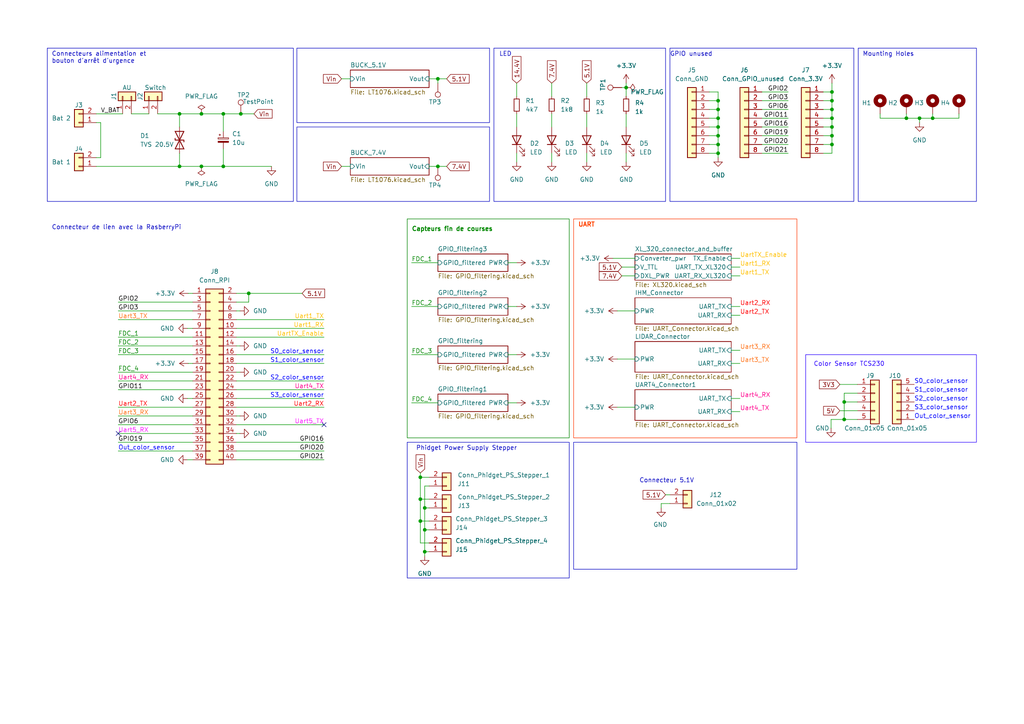
<source format=kicad_sch>
(kicad_sch (version 20230121) (generator eeschema)
  (paper "A4")
  (lib_symbols
    (symbol "Connector:TestPoint" (pin_numbers hide) (pin_names (offset 0.762) hide)
      (property "Reference" "TP" (at 0 6.858 0))
      (property "Value" "TestPoint" (at 0 5.08 0))
      (symbol "TestPoint_0_1"
        (circle (center 0 3.302) (radius 0.762))
      )
      (symbol "TestPoint_1_1"
        (pin passive line (at 0 0 90) (length 2.54) (name "1") (number "1"))
      )
    )
    (symbol "Connector_Generic:Conn_01x02" (pin_names (offset 1.016) hide)
      (property "Reference" "J" (at 0 2.54 0))
      (property "Value" "Conn_01x02" (at 0 -5.08 0))
      (symbol "Conn_01x02_1_1"
        (rectangle (start -1.27 -2.413) (end 0 -2.667) (stroke (width 0.1524)))
        (rectangle (start -1.27 0.127) (end 0 -0.127) (stroke (width 0.1524)))
        (rectangle (start -1.27 1.27) (end 1.27 -3.81) (stroke (width 0.254)) (fill (type background)))
        (pin passive line (at -5.08 0 0) (length 3.81) (name "Pin_1") (number "1"))
        (pin passive line (at -5.08 -2.54 0) (length 3.81) (name "Pin_2") (number "2"))
      )
    )
    (symbol "Connector_Generic:Conn_01x05" (pin_names (offset 1.016) hide)
      (property "Reference" "J" (at 0 7.62 0))
      (property "Value" "Conn_01x05" (at 0 -7.62 0))
      (symbol "Conn_01x05_1_1"
        (rectangle (start -1.27 -4.953) (end 0 -5.207) (stroke (width 0.1524)))
        (rectangle (start -1.27 -2.413) (end 0 -2.667) (stroke (width 0.1524)))
        (rectangle (start -1.27 0.127) (end 0 -0.127) (stroke (width 0.1524)))
        (rectangle (start -1.27 2.667) (end 0 2.413) (stroke (width 0.1524)))
        (rectangle (start -1.27 5.207) (end 0 4.953) (stroke (width 0.1524)))
        (rectangle (start -1.27 6.35) (end 1.27 -6.35) (stroke (width 0.254)) (fill (type background)))
        (pin passive line (at -5.08 5.08 0) (length 3.81) (name "Pin_1") (number "1"))
        (pin passive line (at -5.08 2.54 0) (length 3.81) (name "Pin_2") (number "2"))
        (pin passive line (at -5.08 0 0) (length 3.81) (name "Pin_3") (number "3"))
        (pin passive line (at -5.08 -2.54 0) (length 3.81) (name "Pin_4") (number "4"))
        (pin passive line (at -5.08 -5.08 0) (length 3.81) (name "Pin_5") (number "5"))
      )
    )
    (symbol "Connector_Generic:Conn_01x08" (pin_names (offset 1.016) hide)
      (property "Reference" "J" (at 0 10.16 0))
      (property "Value" "Conn_01x08" (at 0 -12.7 0))
      (symbol "Conn_01x08_1_1"
        (rectangle (start -1.27 -10.033) (end 0 -10.287) (stroke (width 0.1524)))
        (rectangle (start -1.27 -7.493) (end 0 -7.747) (stroke (width 0.1524)))
        (rectangle (start -1.27 -4.953) (end 0 -5.207) (stroke (width 0.1524)))
        (rectangle (start -1.27 -2.413) (end 0 -2.667) (stroke (width 0.1524)))
        (rectangle (start -1.27 0.127) (end 0 -0.127) (stroke (width 0.1524)))
        (rectangle (start -1.27 2.667) (end 0 2.413) (stroke (width 0.1524)))
        (rectangle (start -1.27 5.207) (end 0 4.953) (stroke (width 0.1524)))
        (rectangle (start -1.27 7.747) (end 0 7.493) (stroke (width 0.1524)))
        (rectangle (start -1.27 8.89) (end 1.27 -11.43) (stroke (width 0.254)) (fill (type background)))
        (pin passive line (at -5.08 7.62 0) (length 3.81) (name "Pin_1") (number "1"))
        (pin passive line (at -5.08 5.08 0) (length 3.81) (name "Pin_2") (number "2"))
        (pin passive line (at -5.08 2.54 0) (length 3.81) (name "Pin_3") (number "3"))
        (pin passive line (at -5.08 0 0) (length 3.81) (name "Pin_4") (number "4"))
        (pin passive line (at -5.08 -2.54 0) (length 3.81) (name "Pin_5") (number "5"))
        (pin passive line (at -5.08 -5.08 0) (length 3.81) (name "Pin_6") (number "6"))
        (pin passive line (at -5.08 -7.62 0) (length 3.81) (name "Pin_7") (number "7"))
        (pin passive line (at -5.08 -10.16 0) (length 3.81) (name "Pin_8") (number "8"))
      )
    )
    (symbol "Connector_Generic:Conn_02x20_Odd_Even" (pin_names (offset 1.016) hide)
      (property "Reference" "J" (at 1.27 25.4 0))
      (property "Value" "Conn_02x20_Odd_Even" (at 1.27 -27.94 0))
      (symbol "Conn_02x20_Odd_Even_1_1"
        (rectangle (start -1.27 -25.273) (end 0 -25.527) (stroke (width 0.1524)))
        (rectangle (start -1.27 -22.733) (end 0 -22.987) (stroke (width 0.1524)))
        (rectangle (start -1.27 -20.193) (end 0 -20.447) (stroke (width 0.1524)))
        (rectangle (start -1.27 -17.653) (end 0 -17.907) (stroke (width 0.1524)))
        (rectangle (start -1.27 -15.113) (end 0 -15.367) (stroke (width 0.1524)))
        (rectangle (start -1.27 -12.573) (end 0 -12.827) (stroke (width 0.1524)))
        (rectangle (start -1.27 -10.033) (end 0 -10.287) (stroke (width 0.1524)))
        (rectangle (start -1.27 -7.493) (end 0 -7.747) (stroke (width 0.1524)))
        (rectangle (start -1.27 -4.953) (end 0 -5.207) (stroke (width 0.1524)))
        (rectangle (start -1.27 -2.413) (end 0 -2.667) (stroke (width 0.1524)))
        (rectangle (start -1.27 0.127) (end 0 -0.127) (stroke (width 0.1524)))
        (rectangle (start -1.27 2.667) (end 0 2.413) (stroke (width 0.1524)))
        (rectangle (start -1.27 5.207) (end 0 4.953) (stroke (width 0.1524)))
        (rectangle (start -1.27 7.747) (end 0 7.493) (stroke (width 0.1524)))
        (rectangle (start -1.27 10.287) (end 0 10.033) (stroke (width 0.1524)))
        (rectangle (start -1.27 12.827) (end 0 12.573) (stroke (width 0.1524)))
        (rectangle (start -1.27 15.367) (end 0 15.113) (stroke (width 0.1524)))
        (rectangle (start -1.27 17.907) (end 0 17.653) (stroke (width 0.1524)))
        (rectangle (start -1.27 20.447) (end 0 20.193) (stroke (width 0.1524)))
        (rectangle (start -1.27 22.987) (end 0 22.733) (stroke (width 0.1524)))
        (rectangle (start -1.27 24.13) (end 3.81 -26.67) (stroke (width 0.254)) (fill (type background)))
        (rectangle (start 3.81 -25.273) (end 2.54 -25.527) (stroke (width 0.1524)))
        (rectangle (start 3.81 -22.733) (end 2.54 -22.987) (stroke (width 0.1524)))
        (rectangle (start 3.81 -20.193) (end 2.54 -20.447) (stroke (width 0.1524)))
        (rectangle (start 3.81 -17.653) (end 2.54 -17.907) (stroke (width 0.1524)))
        (rectangle (start 3.81 -15.113) (end 2.54 -15.367) (stroke (width 0.1524)))
        (rectangle (start 3.81 -12.573) (end 2.54 -12.827) (stroke (width 0.1524)))
        (rectangle (start 3.81 -10.033) (end 2.54 -10.287) (stroke (width 0.1524)))
        (rectangle (start 3.81 -7.493) (end 2.54 -7.747) (stroke (width 0.1524)))
        (rectangle (start 3.81 -4.953) (end 2.54 -5.207) (stroke (width 0.1524)))
        (rectangle (start 3.81 -2.413) (end 2.54 -2.667) (stroke (width 0.1524)))
        (rectangle (start 3.81 0.127) (end 2.54 -0.127) (stroke (width 0.1524)))
        (rectangle (start 3.81 2.667) (end 2.54 2.413) (stroke (width 0.1524)))
        (rectangle (start 3.81 5.207) (end 2.54 4.953) (stroke (width 0.1524)))
        (rectangle (start 3.81 7.747) (end 2.54 7.493) (stroke (width 0.1524)))
        (rectangle (start 3.81 10.287) (end 2.54 10.033) (stroke (width 0.1524)))
        (rectangle (start 3.81 12.827) (end 2.54 12.573) (stroke (width 0.1524)))
        (rectangle (start 3.81 15.367) (end 2.54 15.113) (stroke (width 0.1524)))
        (rectangle (start 3.81 17.907) (end 2.54 17.653) (stroke (width 0.1524)))
        (rectangle (start 3.81 20.447) (end 2.54 20.193) (stroke (width 0.1524)))
        (rectangle (start 3.81 22.987) (end 2.54 22.733) (stroke (width 0.1524)))
        (pin passive line (at -5.08 22.86 0) (length 3.81) (name "Pin_1") (number "1"))
        (pin passive line (at 7.62 12.7 180) (length 3.81) (name "Pin_10") (number "10"))
        (pin passive line (at -5.08 10.16 0) (length 3.81) (name "Pin_11") (number "11"))
        (pin passive line (at 7.62 10.16 180) (length 3.81) (name "Pin_12") (number "12"))
        (pin passive line (at -5.08 7.62 0) (length 3.81) (name "Pin_13") (number "13"))
        (pin passive line (at 7.62 7.62 180) (length 3.81) (name "Pin_14") (number "14"))
        (pin passive line (at -5.08 5.08 0) (length 3.81) (name "Pin_15") (number "15"))
        (pin passive line (at 7.62 5.08 180) (length 3.81) (name "Pin_16") (number "16"))
        (pin passive line (at -5.08 2.54 0) (length 3.81) (name "Pin_17") (number "17"))
        (pin passive line (at 7.62 2.54 180) (length 3.81) (name "Pin_18") (number "18"))
        (pin passive line (at -5.08 0 0) (length 3.81) (name "Pin_19") (number "19"))
        (pin passive line (at 7.62 22.86 180) (length 3.81) (name "Pin_2") (number "2"))
        (pin passive line (at 7.62 0 180) (length 3.81) (name "Pin_20") (number "20"))
        (pin passive line (at -5.08 -2.54 0) (length 3.81) (name "Pin_21") (number "21"))
        (pin passive line (at 7.62 -2.54 180) (length 3.81) (name "Pin_22") (number "22"))
        (pin passive line (at -5.08 -5.08 0) (length 3.81) (name "Pin_23") (number "23"))
        (pin passive line (at 7.62 -5.08 180) (length 3.81) (name "Pin_24") (number "24"))
        (pin passive line (at -5.08 -7.62 0) (length 3.81) (name "Pin_25") (number "25"))
        (pin passive line (at 7.62 -7.62 180) (length 3.81) (name "Pin_26") (number "26"))
        (pin passive line (at -5.08 -10.16 0) (length 3.81) (name "Pin_27") (number "27"))
        (pin passive line (at 7.62 -10.16 180) (length 3.81) (name "Pin_28") (number "28"))
        (pin passive line (at -5.08 -12.7 0) (length 3.81) (name "Pin_29") (number "29"))
        (pin passive line (at -5.08 20.32 0) (length 3.81) (name "Pin_3") (number "3"))
        (pin passive line (at 7.62 -12.7 180) (length 3.81) (name "Pin_30") (number "30"))
        (pin passive line (at -5.08 -15.24 0) (length 3.81) (name "Pin_31") (number "31"))
        (pin passive line (at 7.62 -15.24 180) (length 3.81) (name "Pin_32") (number "32"))
        (pin passive line (at -5.08 -17.78 0) (length 3.81) (name "Pin_33") (number "33"))
        (pin passive line (at 7.62 -17.78 180) (length 3.81) (name "Pin_34") (number "34"))
        (pin passive line (at -5.08 -20.32 0) (length 3.81) (name "Pin_35") (number "35"))
        (pin passive line (at 7.62 -20.32 180) (length 3.81) (name "Pin_36") (number "36"))
        (pin passive line (at -5.08 -22.86 0) (length 3.81) (name "Pin_37") (number "37"))
        (pin passive line (at 7.62 -22.86 180) (length 3.81) (name "Pin_38") (number "38"))
        (pin passive line (at -5.08 -25.4 0) (length 3.81) (name "Pin_39") (number "39"))
        (pin passive line (at 7.62 20.32 180) (length 3.81) (name "Pin_4") (number "4"))
        (pin passive line (at 7.62 -25.4 180) (length 3.81) (name "Pin_40") (number "40"))
        (pin passive line (at -5.08 17.78 0) (length 3.81) (name "Pin_5") (number "5"))
        (pin passive line (at 7.62 17.78 180) (length 3.81) (name "Pin_6") (number "6"))
        (pin passive line (at -5.08 15.24 0) (length 3.81) (name "Pin_7") (number "7"))
        (pin passive line (at 7.62 15.24 180) (length 3.81) (name "Pin_8") (number "8"))
        (pin passive line (at -5.08 12.7 0) (length 3.81) (name "Pin_9") (number "9"))
      )
    )
    (symbol "Device:C_Polarized_Small" (pin_numbers hide) (pin_names (offset 0.254) hide)
      (property "Reference" "C" (at 0.254 1.778 0))
      (property "Value" "C_Polarized_Small" (at 0.254 -2.032 0))
      (symbol "C_Polarized_Small_0_1"
        (rectangle (start -1.524 -0.3048) (end 1.524 -0.6858) (fill (type outline)))
        (rectangle (start -1.524 0.6858) (end 1.524 0.3048))
        (polyline (pts (xy -1.27 1.524) (xy -0.762 1.524)))
        (polyline (pts (xy -1.016 1.27) (xy -1.016 1.778)))
      )
      (symbol "C_Polarized_Small_1_1"
        (pin passive line (at 0 2.54 270) (length 1.8542) (name "~") (number "1"))
        (pin passive line (at 0 -2.54 90) (length 1.8542) (name "~") (number "2"))
      )
    )
    (symbol "Device:LED" (pin_numbers hide) (pin_names (offset 1.016) hide)
      (property "Reference" "D" (at 0 2.54 0))
      (property "Value" "LED" (at 0 -2.54 0))
      (symbol "LED_0_1"
        (polyline (pts (xy -1.27 -1.27) (xy -1.27 1.27)) (stroke (width 0.254)))
        (polyline (pts (xy -1.27 0) (xy 1.27 0)))
        (polyline (pts (xy 1.27 -1.27) (xy 1.27 1.27) (xy -1.27 0) (xy 1.27 -1.27)) (stroke (width 0.254)))
        (polyline (pts (xy -3.048 -0.762) (xy -4.572 -2.286) (xy -3.81 -2.286) (xy -4.572 -2.286) (xy -4.572 -1.524)))
        (polyline (pts (xy -1.778 -0.762) (xy -3.302 -2.286) (xy -2.54 -2.286) (xy -3.302 -2.286) (xy -3.302 -1.524)))
      )
      (symbol "LED_1_1"
        (pin passive line (at -3.81 0 0) (length 2.54) (name "K") (number "1"))
        (pin passive line (at 3.81 0 180) (length 2.54) (name "A") (number "2"))
      )
    )
    (symbol "Device:R_Small" (pin_numbers hide) (pin_names (offset 0.254) hide)
      (property "Reference" "R" (at 0.762 0.508 0))
      (property "Value" "R_Small" (at 0.762 -1.016 0))
      (symbol "R_Small_0_1"
        (rectangle (start -0.762 1.778) (end 0.762 -1.778) (stroke (width 0.2032)))
      )
      (symbol "R_Small_1_1"
        (pin passive line (at 0 2.54 270) (length 0.762) (name "~") (number "1"))
        (pin passive line (at 0 -2.54 90) (length 0.762) (name "~") (number "2"))
      )
    )
    (symbol "Diode:1.5KExxCA" (pin_numbers hide) (pin_names (offset 1.016) hide)
      (property "Reference" "D" (at 0 2.54 0))
      (property "Value" "1.5KExxCA" (at 0 -2.54 0))
      (symbol "1.5KExxCA_0_1"
        (polyline (pts (xy 1.27 0) (xy -1.27 0)))
        (polyline (pts (xy -2.54 -1.27) (xy 0 0) (xy -2.54 1.27) (xy -2.54 -1.27)) (stroke (width 0.254)))
        (polyline (pts (xy 0.508 1.27) (xy 0 1.27) (xy 0 -1.27) (xy -0.508 -1.27)) (stroke (width 0.254)))
        (polyline (pts (xy 2.54 1.27) (xy 2.54 -1.27) (xy 0 0) (xy 2.54 1.27)) (stroke (width 0.254)))
      )
      (symbol "1.5KExxCA_1_1"
        (pin passive line (at -3.81 0 0) (length 2.54) (name "A1") (number "1"))
        (pin passive line (at 3.81 0 180) (length 2.54) (name "A2") (number "2"))
      )
    )
    (symbol "Mechanical:MountingHole_Pad" (pin_numbers hide) (pin_names (offset 1.016) hide)
      (property "Reference" "H" (at 0 6.35 0))
      (property "Value" "MountingHole_Pad" (at 0 4.445 0))
      (symbol "MountingHole_Pad_0_1"
        (circle (center 0 1.27) (radius 1.27) (stroke (width 1.27)))
      )
      (symbol "MountingHole_Pad_1_1"
        (pin input line (at 0 -2.54 90) (length 2.54) (name "1") (number "1"))
      )
    )
    (symbol "power:+3.3V" (power) (pin_names (offset 0))
      (property "Value" "+3.3V" (at 0 3.556 0))
      (symbol "+3.3V_0_1"
        (polyline (pts (xy -0.762 1.27) (xy 0 2.54)))
        (polyline (pts (xy 0 0) (xy 0 2.54)))
        (polyline (pts (xy 0 2.54) (xy 0.762 1.27)))
      )
      (symbol "+3.3V_1_1"
        (pin power_in line (at 0 0 90) (length 0) hide (name "+3.3V") (number "1"))
      )
    )
    (symbol "power:GND" (power) (pin_names (offset 0))
      (property "Value" "GND" (at 0 -3.81 0))
      (symbol "GND_0_1"
        (polyline (pts (xy 0 0) (xy 0 -1.27) (xy 1.27 -1.27) (xy 0 -2.54) (xy -1.27 -1.27) (xy 0 -1.27)))
      )
      (symbol "GND_1_1"
        (pin power_in line (at 0 0 270) (length 0) hide (name "GND") (number "1"))
      )
    )
    (symbol "power:PWR_FLAG" (power) (pin_numbers hide) (pin_names (offset 0) hide)
      (property "Value" "PWR_FLAG" (at 0 3.81 0))
      (symbol "PWR_FLAG_0_0"
        (pin power_out line (at 0 0 90) (length 0) (name "pwr") (number "1"))
      )
      (symbol "PWR_FLAG_0_1"
        (polyline (pts (xy 0 0) (xy 0 1.27) (xy -1.016 1.905) (xy 0 2.54) (xy 1.016 1.905) (xy 0 1.27)))
      )
    )
  )
  (junction (at 58.42 33.02))
  (junction (at 208.28 29.21))
  (junction (at 69.85 33.02))
  (junction (at 244.856 116.586))
  (junction (at 241.3 36.83))
  (junction (at 266.7 34.29))
  (junction (at 241.3 26.67))
  (junction (at 262.89 34.29))
  (junction (at 241.3 31.75))
  (junction (at 52.07 48.26))
  (junction (at 72.136 85.09))
  (junction (at 241.3 29.21))
  (junction (at 241.3 39.37))
  (junction (at 127 48.26))
  (junction (at 123.19 160.02))
  (junction (at 127 22.86))
  (junction (at 241.3 41.91))
  (junction (at 64.77 48.26))
  (junction (at 208.28 36.83))
  (junction (at 241.3 34.29))
  (junction (at 208.28 44.45))
  (junction (at 208.28 34.29))
  (junction (at 123.19 153.67))
  (junction (at 181.61 25.4))
  (junction (at 244.856 121.666))
  (junction (at 121.92 151.13))
  (junction (at 52.07 33.02))
  (junction (at 58.42 48.26))
  (junction (at 208.28 39.37))
  (junction (at 121.92 138.43))
  (junction (at 270.51 34.29))
  (junction (at 208.28 31.75))
  (junction (at 123.19 147.32))
  (junction (at 208.28 41.91))
  (junction (at 121.92 144.78))
  (junction (at 64.77 33.02))
  (no_connect (at 93.98 123.19))
  (no_connect (at 34.29 125.73))
  (wire (pts (xy 266.7 34.29) (xy 270.51 34.29)))
  (wire (pts (xy 72.136 85.09) (xy 87.63 85.09)))
  (wire (pts (xy 205.74 39.37) (xy 208.28 39.37)))
  (wire (pts (xy 58.42 48.26) (xy 64.77 48.26)))
  (wire (pts (xy 34.29 130.81) (xy 55.88 130.81)))
  (wire (pts (xy 160.02 46.99) (xy 160.02 44.45)))
  (wire (pts (xy 124.46 22.86) (xy 127 22.86)))
  (wire (pts (xy 52.07 44.45) (xy 52.07 48.26)))
  (wire (pts (xy 205.74 41.91) (xy 208.28 41.91)))
  (wire (pts (xy 241.3 44.45) (xy 241.3 41.91)))
  (wire (pts (xy 208.28 26.67) (xy 205.74 26.67)))
  (wire (pts (xy 220.98 29.21) (xy 228.6 29.21)))
  (wire (pts (xy 212.09 105.41) (xy 214.63 105.41)))
  (wire (pts (xy 238.76 34.29) (xy 241.3 34.29)))
  (wire (pts (xy 147.32 116.84) (xy 149.86 116.84)))
  (wire (pts (xy 208.28 45.72) (xy 208.28 44.45)))
  (wire (pts (xy 68.58 110.49) (xy 93.98 110.49)))
  (wire (pts (xy 29.21 45.72) (xy 27.94 45.72)))
  (wire (pts (xy 147.32 76.2) (xy 149.86 76.2)))
  (wire (pts (xy 220.98 31.75) (xy 228.6 31.75)))
  (wire (pts (xy 205.74 44.45) (xy 208.28 44.45)))
  (wire (pts (xy 193.04 143.51) (xy 194.31 143.51)))
  (wire (pts (xy 181.61 24.13) (xy 181.61 25.4)))
  (wire (pts (xy 241.3 24.13) (xy 241.3 26.67)))
  (wire (pts (xy 127 48.26) (xy 129.54 48.26)))
  (wire (pts (xy 149.86 24.13) (xy 149.86 27.94)))
  (wire (pts (xy 241.3 39.37) (xy 241.3 36.83)))
  (wire (pts (xy 208.28 39.37) (xy 208.28 36.83)))
  (wire (pts (xy 34.29 110.49) (xy 55.88 110.49)))
  (wire (pts (xy 99.06 22.86) (xy 101.6 22.86)))
  (wire (pts (xy 244.856 121.666) (xy 241.046 121.666)))
  (wire (pts (xy 179.07 90.17) (xy 184.15 90.17)))
  (wire (pts (xy 127 22.86) (xy 129.54 22.86)))
  (wire (pts (xy 68.58 120.65) (xy 69.596 120.65)))
  (wire (pts (xy 244.856 116.586) (xy 248.666 116.586)))
  (wire (pts (xy 64.77 33.02) (xy 64.77 38.1)))
  (wire (pts (xy 241.3 36.83) (xy 241.3 34.29)))
  (wire (pts (xy 121.92 151.13) (xy 124.46 151.13)))
  (wire (pts (xy 68.58 107.95) (xy 69.596 107.95)))
  (wire (pts (xy 69.85 33.02) (xy 73.66 33.02)))
  (wire (pts (xy 38.1 33.02) (xy 43.18 33.02)))
  (wire (pts (xy 255.27 33.02) (xy 255.27 34.29)))
  (wire (pts (xy 179.07 118.11) (xy 184.15 118.11)))
  (wire (pts (xy 99.06 48.26) (xy 101.6 48.26)))
  (wire (pts (xy 123.19 140.97) (xy 123.19 147.32)))
  (wire (pts (xy 27.94 35.56) (xy 29.21 35.56)))
  (wire (pts (xy 34.29 87.63) (xy 55.88 87.63)))
  (wire (pts (xy 241.046 121.666) (xy 241.046 124.206)))
  (wire (pts (xy 220.98 36.83) (xy 228.6 36.83)))
  (wire (pts (xy 78.74 48.26) (xy 64.77 48.26)))
  (wire (pts (xy 68.58 100.33) (xy 69.596 100.33)))
  (wire (pts (xy 243.586 111.506) (xy 248.666 111.506)))
  (wire (pts (xy 68.58 125.73) (xy 69.596 125.73)))
  (wire (pts (xy 34.29 128.27) (xy 55.88 128.27)))
  (wire (pts (xy 205.74 31.75) (xy 208.28 31.75)))
  (wire (pts (xy 238.76 36.83) (xy 241.3 36.83)))
  (wire (pts (xy 34.29 90.17) (xy 55.88 90.17)))
  (wire (pts (xy 241.3 31.75) (xy 241.3 29.21)))
  (wire (pts (xy 208.28 44.45) (xy 208.28 41.91)))
  (wire (pts (xy 68.58 92.71) (xy 93.98 92.71)))
  (wire (pts (xy 238.76 41.91) (xy 241.3 41.91)))
  (wire (pts (xy 54.356 115.57) (xy 55.88 115.57)))
  (wire (pts (xy 68.58 90.17) (xy 69.596 90.17)))
  (wire (pts (xy 27.94 48.26) (xy 52.07 48.26)))
  (wire (pts (xy 123.19 147.32) (xy 124.46 147.32)))
  (wire (pts (xy 64.77 43.18) (xy 64.77 48.26)))
  (wire (pts (xy 68.58 87.63) (xy 72.136 87.63)))
  (wire (pts (xy 270.51 33.02) (xy 270.51 34.29)))
  (wire (pts (xy 241.3 29.21) (xy 241.3 26.67)))
  (wire (pts (xy 68.58 85.09) (xy 72.136 85.09)))
  (wire (pts (xy 170.18 46.99) (xy 170.18 44.45)))
  (wire (pts (xy 124.46 153.67) (xy 123.19 153.67)))
  (wire (pts (xy 123.19 147.32) (xy 123.19 153.67)))
  (wire (pts (xy 68.58 102.87) (xy 93.98 102.87)))
  (wire (pts (xy 68.58 113.03) (xy 93.98 113.03)))
  (wire (pts (xy 208.28 41.91) (xy 208.28 39.37)))
  (wire (pts (xy 181.61 33.02) (xy 181.61 36.83)))
  (wire (pts (xy 212.09 74.93) (xy 214.63 74.93)))
  (wire (pts (xy 244.856 116.586) (xy 244.856 121.666)))
  (wire (pts (xy 212.09 101.6) (xy 214.63 101.6)))
  (wire (pts (xy 208.28 36.83) (xy 208.28 34.29)))
  (wire (pts (xy 119.38 102.87) (xy 127 102.87)))
  (wire (pts (xy 54.356 133.35) (xy 55.88 133.35)))
  (wire (pts (xy 34.29 107.95) (xy 55.88 107.95)))
  (wire (pts (xy 52.07 33.02) (xy 52.07 36.83)))
  (wire (pts (xy 124.46 140.97) (xy 123.19 140.97)))
  (wire (pts (xy 212.09 88.9) (xy 214.63 88.9)))
  (wire (pts (xy 208.28 31.75) (xy 208.28 29.21)))
  (wire (pts (xy 119.38 116.84) (xy 127 116.84)))
  (wire (pts (xy 205.74 29.21) (xy 208.28 29.21)))
  (wire (pts (xy 34.29 120.65) (xy 55.88 120.65)))
  (wire (pts (xy 266.7 34.29) (xy 266.7 35.56)))
  (wire (pts (xy 34.29 100.33) (xy 55.88 100.33)))
  (wire (pts (xy 220.98 26.67) (xy 228.6 26.67)))
  (wire (pts (xy 238.76 31.75) (xy 241.3 31.75)))
  (wire (pts (xy 68.58 133.35) (xy 93.98 133.35)))
  (wire (pts (xy 68.58 105.41) (xy 93.98 105.41)))
  (wire (pts (xy 212.09 115.57) (xy 214.63 115.57)))
  (wire (pts (xy 121.92 144.78) (xy 121.92 151.13)))
  (wire (pts (xy 34.29 97.79) (xy 55.88 97.79)))
  (wire (pts (xy 34.29 123.19) (xy 55.88 123.19)))
  (wire (pts (xy 52.07 48.26) (xy 58.42 48.26)))
  (wire (pts (xy 208.28 29.21) (xy 208.28 26.67)))
  (wire (pts (xy 124.46 138.43) (xy 121.92 138.43)))
  (wire (pts (xy 68.58 130.81) (xy 93.98 130.81)))
  (wire (pts (xy 52.07 33.02) (xy 58.42 33.02)))
  (wire (pts (xy 170.18 33.02) (xy 170.18 36.83)))
  (wire (pts (xy 119.38 76.2) (xy 127 76.2)))
  (wire (pts (xy 121.92 137.16) (xy 121.92 138.43)))
  (wire (pts (xy 124.46 160.02) (xy 123.19 160.02)))
  (wire (pts (xy 180.34 77.47) (xy 184.15 77.47)))
  (wire (pts (xy 27.94 33.02) (xy 35.56 33.02)))
  (wire (pts (xy 58.42 33.02) (xy 64.77 33.02)))
  (wire (pts (xy 68.58 97.79) (xy 93.98 97.79)))
  (wire (pts (xy 147.32 88.9) (xy 149.86 88.9)))
  (wire (pts (xy 34.29 118.11) (xy 55.88 118.11)))
  (wire (pts (xy 180.34 80.01) (xy 184.15 80.01)))
  (wire (pts (xy 241.3 26.67) (xy 238.76 26.67)))
  (wire (pts (xy 180.34 25.4) (xy 181.61 25.4)))
  (wire (pts (xy 121.92 157.48) (xy 124.46 157.48)))
  (wire (pts (xy 205.74 36.83) (xy 208.28 36.83)))
  (wire (pts (xy 54.61 85.09) (xy 55.88 85.09)))
  (wire (pts (xy 194.31 146.05) (xy 191.77 146.05)))
  (wire (pts (xy 255.27 34.29) (xy 262.89 34.29)))
  (wire (pts (xy 262.89 34.29) (xy 266.7 34.29)))
  (wire (pts (xy 262.89 33.02) (xy 262.89 34.29)))
  (wire (pts (xy 170.18 24.13) (xy 170.18 27.94)))
  (wire (pts (xy 29.21 35.56) (xy 29.21 45.72)))
  (wire (pts (xy 68.58 115.57) (xy 93.98 115.57)))
  (wire (pts (xy 212.09 77.47) (xy 214.63 77.47)))
  (wire (pts (xy 68.58 128.27) (xy 93.98 128.27)))
  (wire (pts (xy 212.09 119.38) (xy 214.63 119.38)))
  (wire (pts (xy 238.76 44.45) (xy 241.3 44.45)))
  (wire (pts (xy 149.86 33.02) (xy 149.86 36.83)))
  (wire (pts (xy 64.77 33.02) (xy 69.85 33.02)))
  (wire (pts (xy 241.3 41.91) (xy 241.3 39.37)))
  (wire (pts (xy 121.92 138.43) (xy 121.92 144.78)))
  (wire (pts (xy 68.58 123.19) (xy 93.98 123.19)))
  (wire (pts (xy 123.19 160.02) (xy 123.19 161.29)))
  (wire (pts (xy 124.46 48.26) (xy 127 48.26)))
  (wire (pts (xy 220.98 34.29) (xy 228.6 34.29)))
  (wire (pts (xy 191.77 146.05) (xy 191.77 147.32)))
  (wire (pts (xy 34.29 102.87) (xy 55.88 102.87)))
  (wire (pts (xy 220.98 39.37) (xy 228.6 39.37)))
  (wire (pts (xy 238.76 29.21) (xy 241.3 29.21)))
  (wire (pts (xy 212.09 91.44) (xy 214.63 91.44)))
  (wire (pts (xy 208.28 34.29) (xy 208.28 31.75)))
  (wire (pts (xy 243.586 119.126) (xy 248.666 119.126)))
  (wire (pts (xy 220.98 41.91) (xy 228.6 41.91)))
  (wire (pts (xy 119.38 88.9) (xy 127 88.9)))
  (wire (pts (xy 248.666 121.666) (xy 244.856 121.666)))
  (wire (pts (xy 160.02 24.13) (xy 160.02 27.94)))
  (wire (pts (xy 270.51 34.29) (xy 278.13 34.29)))
  (wire (pts (xy 34.29 125.73) (xy 55.88 125.73)))
  (wire (pts (xy 34.29 92.71) (xy 55.88 92.71)))
  (wire (pts (xy 121.92 144.78) (xy 124.46 144.78)))
  (wire (pts (xy 212.09 80.01) (xy 214.63 80.01)))
  (wire (pts (xy 244.856 114.046) (xy 244.856 116.586)))
  (wire (pts (xy 205.74 34.29) (xy 208.28 34.29)))
  (wire (pts (xy 248.666 114.046) (xy 244.856 114.046)))
  (wire (pts (xy 68.58 118.11) (xy 93.98 118.11)))
  (wire (pts (xy 181.61 46.99) (xy 181.61 44.45)))
  (wire (pts (xy 149.86 46.99) (xy 149.86 44.45)))
  (wire (pts (xy 241.3 34.29) (xy 241.3 31.75)))
  (wire (pts (xy 220.98 44.45) (xy 228.6 44.45)))
  (wire (pts (xy 127 24.13) (xy 127 22.86)))
  (wire (pts (xy 54.61 105.41) (xy 55.88 105.41)))
  (wire (pts (xy 278.13 33.02) (xy 278.13 34.29)))
  (wire (pts (xy 160.02 33.02) (xy 160.02 36.83)))
  (wire (pts (xy 181.61 25.4) (xy 181.61 27.94)))
  (wire (pts (xy 68.58 95.25) (xy 93.98 95.25)))
  (wire (pts (xy 54.356 95.25) (xy 55.88 95.25)))
  (wire (pts (xy 72.136 87.63) (xy 72.136 85.09)))
  (wire (pts (xy 179.07 104.14) (xy 184.15 104.14)))
  (wire (pts (xy 177.8 74.93) (xy 184.15 74.93)))
  (wire (pts (xy 238.76 39.37) (xy 241.3 39.37)))
  (wire (pts (xy 147.32 102.87) (xy 149.86 102.87)))
  (wire (pts (xy 45.72 33.02) (xy 52.07 33.02)))
  (wire (pts (xy 123.19 153.67) (xy 123.19 160.02)))
  (wire (pts (xy 121.92 151.13) (xy 121.92 157.48)))
  (wire (pts (xy 34.29 113.03) (xy 55.88 113.03)))
  (rectangle (start 233.68 102.87) (end 283.21 128.27) (stroke (width 0) (color 40 0 255 1)))
  (rectangle (start 194.31 13.97) (end 247.65 58.42))
  (rectangle (start 86.106 36.83) (end 141.986 58.42))
  (rectangle (start 166.37 63.5) (end 231.14 127) (stroke (width 0) (color 255 54 0 1)))
  (rectangle (start 166.37 128.27) (end 231.14 165.1))
  (rectangle (start 118.11 63.5) (end 165.1 127) (stroke (width 0) (color 0 132 0 1)))
  (rectangle (start 118.11 128.27) (end 165.1 167.64))
  (rectangle (start 143.256 13.97) (end 193.04 58.42))
  (rectangle (start 248.92 13.97) (end 283.21 58.42))
  (rectangle (start 13.716 13.97) (end 85.09 58.42))
  (rectangle (start 86.106 13.97) (end 141.986 35.56))
  (text "Connecteur 5.1V\n" (at 185.42 140.208 0) (effects (font (size 1.27 1.27)) (justify left bottom)))
  (text "Connecteurs alimentation et \nbouton d'arrêt d'urgence" (at 14.986 18.542 0) (effects (font (size 1.27 1.27)) (justify left bottom)))
  (text "UART" (at 167.64 66.04 0) (effects (font (size 1.27 1.27) (thickness 0.254) bold) (justify left bottom)))
  (text "Mounting Holes" (at 250.19 16.51 0) (effects (font (size 1.27 1.27)) (justify left bottom)))
  (text "Phidget Power Supply Stepper" (at 120.65 130.81 0) (effects (font (size 1.27 1.27)) (justify left bottom)))
  (text "Connecteur de lien avec la RasberryPi" (at 14.986 66.802 0) (effects (font (size 1.27 1.27)) (justify left bottom)))
  (text "Color Sensor TCS230" (at 235.966 106.426 0) (effects (font (size 1.27 1.27)) (justify left bottom)))
  (text "LED" (at 144.78 16.51 0) (effects (font (size 1.27 1.27)) (justify left bottom)))
  (text "Capteurs fin de courses\n" (at 119.38 67.31 0) (effects (font (size 1.27 1.27) (thickness 0.254) bold) (justify left bottom)))
  (text "GPIO unused" (at 194.31 16.51 0) (effects (font (size 1.27 1.27)) (justify left bottom)))
  (label "Uart1_RX" (at 214.63 77.47 0))
  (label "GPIO6" (at 34.29 123.19 0) (property "info" "pwm" (effects hide)))
  (label "Uart4_TX" (at 93.98 113.03 180))
  (label "S0_color_sensor" (at 93.98 102.87 180))
  (label "V_BAT" (at 29.21 33.02 0))
  (label "FDC_1" (at 34.29 97.79 0))
  (label "FDC_4" (at 34.29 107.95 0))
  (label "S0_color_sensor" (at 265.176 111.506 0))
  (label "FDC_2" (at 119.38 88.9 0))
  (label "S1_color_sensor" (at 93.98 105.41 180))
  (label "UartTX_Enable" (at 93.98 97.79 180))
  (label "GPIO3" (at 228.6 29.21 180))
  (label "GPIO21" (at 93.98 133.35 180))
  (label "GPIO2" (at 34.29 87.63 0))
  (label "FDC_3" (at 119.38 102.87 0))
  (label "GPIO11" (at 34.29 113.03 0))
  (label "Uart5_RX" (at 34.29 125.73 0))
  (label "S3_color_sensor" (at 265.176 119.126 0))
  (label "S1_color_sensor" (at 265.176 114.046 0))
  (label "GPIO16" (at 93.98 128.27 180))
  (label "Uart3_RX" (at 214.63 101.6 0))
  (label "FDC_4" (at 119.38 116.84 0))
  (label "GPIO20" (at 228.6 41.91 180))
  (label "GPIO20" (at 93.98 130.81 180))
  (label "Uart5_TX" (at 93.98 123.19 180))
  (label "GPIO6" (at 228.6 31.75 180))
  (label "Uart2_RX" (at 93.98 118.11 180))
  (label "S2_color_sensor" (at 93.98 110.49 180))
  (label "FDC_2" (at 34.29 100.33 0))
  (label "S2_color_sensor" (at 265.176 116.586 0))
  (label "Uart3_RX" (at 34.29 120.65 0))
  (label "FDC_1" (at 119.38 76.2 0))
  (label "GPIO19" (at 228.6 39.37 180))
  (label "UartTX_Enable" (at 214.63 74.93 0))
  (label "Uart4_RX" (at 214.63 115.57 0))
  (label "GPIO21" (at 228.6 44.45 180))
  (label "GPIO16" (at 228.6 36.83 180) (property "info" "pwm" (effects hide)))
  (label "FDC_3" (at 34.29 102.87 0))
  (label "Uart1_RX" (at 93.98 95.25 180))
  (label "Out_color_sensor" (at 34.29 130.81 0))
  (label "Uart2_TX" (at 214.63 91.44 0))
  (label "Uart1_TX" (at 93.98 92.71 180))
  (label "Uart3_TX" (at 34.29 92.71 0))
  (label "Uart2_TX" (at 34.29 118.11 0))
  (label "Uart3_TX" (at 214.63 105.41 0))
  (label "GPIO2" (at 228.6 26.67 180))
  (label "GPIO3" (at 34.29 90.17 0))
  (label "Uart2_RX" (at 214.63 88.9 0))
  (label "GPIO11" (at 228.6 34.29 180))
  (label "Uart4_TX" (at 214.63 119.38 0))
  (label "Uart1_TX" (at 214.63 80.01 0))
  (label "GPIO19" (at 34.29 128.27 0) (property "info" "pwm" (effects hide)))
  (label "Out_color_sensor" (at 265.176 121.666 0))
  (label "S3_color_sensor" (at 93.98 115.57 180))
  (label "Uart4_RX" (at 34.29 110.49 0))
  (global_label "Vin" (shape input) (at 121.92 137.16 90) (property "Intersheetrefs" "${INTERSHEET_REFS}" (effects hide)))
  (global_label "5.1V" (shape input) (at 193.04 143.51 180) (property "Intersheetrefs" "${INTERSHEET_REFS}" (effects hide)))
  (global_label "Vin" (shape input) (at 99.06 48.26 180) (property "Intersheetrefs" "${INTERSHEET_REFS}" (effects hide)))
  (global_label "5.1V" (shape input) (at 87.63 85.09 0) (property "Intersheetrefs" "${INTERSHEET_REFS}" (effects hide)))
  (global_label "7.4V" (shape input) (at 160.02 24.13 90) (property "Intersheetrefs" "${INTERSHEET_REFS}" (effects hide)))
  (global_label "5.1V" (shape input) (at 129.54 22.86 0) (property "Intersheetrefs" "${INTERSHEET_REFS}" (effects hide)))
  (global_label "14.4V" (shape input) (at 149.86 24.13 90) (property "Intersheetrefs" "${INTERSHEET_REFS}" (effects hide)))
  (global_label "7.4V" (shape input) (at 180.34 80.01 180) (property "Intersheetrefs" "${INTERSHEET_REFS}" (effects hide)))
  (global_label "5V" (shape input) (at 243.586 119.126 180) (property "Intersheetrefs" "${INTERSHEET_REFS}" (effects hide)))
  (global_label "5.1V" (shape input) (at 170.18 24.13 90) (property "Intersheetrefs" "${INTERSHEET_REFS}" (effects hide)))
  (global_label "7.4V" (shape input) (at 129.54 48.26 0) (property "Intersheetrefs" "${INTERSHEET_REFS}" (effects hide)))
  (global_label "5.1V" (shape input) (at 180.34 77.47 180) (property "Intersheetrefs" "${INTERSHEET_REFS}" (effects hide)))
  (global_label "Vin" (shape input) (at 73.66 33.02 0) (property "Intersheetrefs" "${INTERSHEET_REFS}" (effects hide)))
  (global_label "Vin" (shape input) (at 99.06 22.86 180) (property "Intersheetrefs" "${INTERSHEET_REFS}" (effects hide)))
  (global_label "3V3" (shape input) (at 243.586 111.506 180) (property "Intersheetrefs" "${INTERSHEET_REFS}" (effects hide)))
  (symbol (lib_id "Device:LED") (at 149.86 40.64 90) (unit 1)
    (property "Reference" "D2" (at 153.67 41.5925 90) (effects (justify right)))
    (property "Value" "LED" (at 153.67 44.1325 90) (effects (justify right)))
    (property "Footprint" "LED_SMD:LED_0603_1608Metric" (effects hide))
  )
  (symbol (lib_id "Device:R_Small") (at 181.61 30.48 0) (unit 1)
    (property "Reference" "R4" (at 184.15 29.845 0) (effects (justify left)))
    (property "Value" "1k" (at 184.15 32.385 0) (effects (justify left)))
    (property "Footprint" "Resistor_SMD:R_0402_1005Metric" (effects hide))
  )
  (symbol (lib_id "Mechanical:MountingHole_Pad") (at 262.89 30.48 0) (unit 1)
    (property "Reference" "H2" (at 260.35 29.845 0) (effects (justify right)))
    (property "Value" "MountingHole_Pad" (effects hide))
    (property "Footprint" "MountingHole:MountingHole_2.7mm_M2.5_Pad_Via" (effects hide))
  )
  (symbol (lib_id "Connector_Generic:Conn_01x02") (at 22.86 48.26 180) (unit 1)
    (property "Reference" "J4" (at 22.86 43.18 0))
    (property "Value" "Bat 1" (at 17.78 46.99 0))
    (property "Footprint" "custom:691322110002" (effects hide))
    (property "Datasheet" "https://www.we-online.com/components/products/datasheet/691322110002.pdf" (effects hide))
    (property "MPN" "691322110002" (effects hide))
  )
  (symbol (lib_id "power:+3.3V") (at 179.07 90.17 90) (unit 1)
    (property "Reference" "#PWR014" (effects hide))
    (property "Value" "+3.3V" (at 175.26 90.17 90) (effects (justify left)))
  )
  (symbol (lib_id "power:+3.3V") (at 181.61 24.13 0) (unit 1)
    (property "Reference" "#PWR01" (effects hide))
    (property "Value" "+3.3V" (at 181.61 19.05 0))
  )
  (symbol (lib_id "power:+3.3V") (at 179.07 104.14 90) (unit 1)
    (property "Reference" "#PWR019" (effects hide))
    (property "Value" "+3.3V" (at 175.26 104.14 90) (effects (justify left)))
  )
  (symbol (lib_id "power:+3.3V") (at 54.61 105.41 90) (unit 1)
    (property "Reference" "#PWR020" (effects hide))
    (property "Value" "+3.3V" (at 50.8 105.41 90) (effects (justify left)))
  )
  (symbol (lib_id "power:GND") (at 78.74 48.26 0) (unit 1)
    (property "Reference" "#PWR07" (effects hide))
    (property "Value" "GND" (at 78.74 53.34 0))
  )
  (symbol (lib_id "Connector_Generic:Conn_01x05") (at 260.096 116.586 180) (unit 1)
    (property "Reference" "J10" (at 261.366 108.966 0) (effects (justify left)))
    (property "Value" "Conn_01x05" (at 268.986 124.206 0) (effects (justify left)))
    (property "Footprint" "Connector_JST:JST_XH_B5B-XH-A_1x05_P2.50mm_Vertical" (effects hide))
  )
  (symbol (lib_id "power:GND") (at 69.596 120.65 90) (unit 1)
    (property "Reference" "#PWR025" (effects hide))
    (property "Value" "GND" (at 73.406 120.65 90) (effects (justify right)))
  )
  (symbol (lib_id "Device:C_Polarized_Small") (at 64.77 40.64 0) (unit 1)
    (property "Reference" "C1" (at 67.31 38.8239 0) (effects (justify left)))
    (property "Value" "10u" (at 67.31 41.3639 0) (effects (justify left)))
    (property "Footprint" "Capacitor_SMD:CP_Elec_4x5.4" (effects hide))
    (property "Datasheet" "https://www.we-online.com/components/products/datasheet/865060440001.pdf" (effects hide))
    (property "MPN" "865060440001" (effects hide))
    (property "Vmax" "25V" (effects hide))
  )
  (symbol (lib_id "Connector_Generic:Conn_01x02") (at 129.54 147.32 0) (mirror x) (unit 1)
    (property "Reference" "J13" (at 132.715 146.685 0) (effects (justify left)))
    (property "Value" "Conn_Phidget_PS_Stepper_2" (at 132.715 144.145 0) (effects (justify left)))
    (property "Footprint" "Connector_JST:JST_XH_B2B-XH-A_1x02_P2.50mm_Vertical" (effects hide))
  )
  (symbol (lib_id "power:GND") (at 160.02 46.99 0) (unit 1)
    (property "Reference" "#PWR04" (effects hide))
    (property "Value" "GND" (at 160.02 52.07 0))
  )
  (symbol (lib_id "power:GND") (at 123.19 161.29 0) (unit 1)
    (property "Reference" "#PWR030" (effects hide))
    (property "Value" "GND" (at 123.19 166.37 0))
  )
  (symbol (lib_id "power:GND") (at 69.596 125.73 90) (unit 1)
    (property "Reference" "#PWR027" (effects hide))
    (property "Value" "GND" (at 73.406 125.73 90) (effects (justify right)))
  )
  (symbol (lib_id "power:GND") (at 149.86 46.99 0) (unit 1)
    (property "Reference" "#PWR03" (effects hide))
    (property "Value" "GND" (at 149.86 52.07 0))
  )
  (symbol (lib_id "Connector_Generic:Conn_01x02") (at 129.54 140.97 0) (mirror x) (unit 1)
    (property "Reference" "J11" (at 132.715 140.335 0) (effects (justify left)))
    (property "Value" "Conn_Phidget_PS_Stepper_1" (at 132.715 137.795 0) (effects (justify left)))
    (property "Footprint" "Connector_JST:JST_XH_B2B-XH-A_1x02_P2.50mm_Vertical" (effects hide))
  )
  (symbol (lib_id "Connector:TestPoint") (at 180.34 25.4 90) (unit 1)
    (property "Reference" "TP1" (at 174.869 26.423 0) (effects (justify left)))
    (property "Value" "3V3" (effects hide))
    (property "Footprint" "Connector_Pin:Pin_D0.9mm_L10.0mm_W2.4mm_FlatFork" (effects hide))
  )
  (symbol (lib_id "Connector_Generic:Conn_01x02") (at 129.54 160.02 0) (mirror x) (unit 1)
    (property "Reference" "J15" (at 132.08 159.385 0) (effects (justify left)))
    (property "Value" "Conn_Phidget_PS_Stepper_4" (at 132.08 156.845 0) (effects (justify left)))
    (property "Footprint" "Connector_JST:JST_XH_B2B-XH-A_1x02_P2.50mm_Vertical" (effects hide))
  )
  (symbol (lib_id "power:GND") (at 69.596 100.33 90) (unit 1)
    (property "Reference" "#PWR017" (effects hide))
    (property "Value" "GND" (at 73.406 100.33 90) (effects (justify right)))
  )
  (symbol (lib_id "Device:LED") (at 160.02 40.64 90) (unit 1)
    (property "Reference" "D3" (at 163.83 41.5925 90) (effects (justify right)))
    (property "Value" "LED" (at 163.83 44.1325 90) (effects (justify right)))
    (property "Footprint" "LED_SMD:LED_0603_1608Metric" (effects hide))
  )
  (symbol (lib_id "Connector:TestPoint") (at 127 24.13 180) (unit 1)
    (property "Reference" "TP3" (at 128.023 29.601 0) (effects (justify left)))
    (property "Value" "5.1V" (effects hide))
    (property "Footprint" "Connector_Pin:Pin_D0.9mm_L10.0mm_W2.4mm_FlatFork" (effects hide))
  )
  (symbol (lib_id "power:GND") (at 241.046 124.206 0) (unit 1)
    (property "Reference" "#PWR026" (effects hide))
    (property "Value" "GND" (at 238.506 124.206 0))
  )
  (symbol (lib_id "power:+3.3V") (at 179.07 118.11 90) (unit 1)
    (property "Reference" "#PWR024" (effects hide))
    (property "Value" "+3.3V" (at 175.26 118.11 90) (effects (justify left)))
  )
  (symbol (lib_id "power:PWR_FLAG") (at 181.61 25.4 270) (unit 1)
    (property "Reference" "#FLG0101" (effects hide))
    (property "Value" "PWR_FLAG" (at 182.88 26.67 90) (effects (justify left)))
  )
  (symbol (lib_id "Connector_Generic:Conn_01x08") (at 215.9 34.29 0) (mirror y) (unit 1)
    (property "Reference" "J6" (at 215.9 20.32 0))
    (property "Value" "Conn_GPIO_unused" (at 218.44 22.86 0))
    (property "Footprint" "Connector_PinHeader_2.54mm:PinHeader_1x08_P2.54mm_Vertical" (effects hide))
  )
  (symbol (lib_id "Connector_Generic:Conn_01x02") (at 199.39 146.05 0) (mirror x) (unit 1)
    (property "Reference" "J12" (at 205.74 143.51 0) (effects (justify left)))
    (property "Value" "Conn_01x02" (at 201.93 146.05 0) (effects (justify left)))
    (property "Footprint" "Connector_JST:JST_XH_B2B-XH-A_1x02_P2.50mm_Vertical" (effects hide))
  )
  (symbol (lib_id "power:GND") (at 208.28 45.72 0) (unit 1)
    (property "Reference" "#PWR016" (effects hide))
    (property "Value" "GND" (at 208.28 50.8 0))
  )
  (symbol (lib_id "power:+3.3V") (at 149.86 76.2 270) (unit 1)
    (property "Reference" "#PWR010" (effects hide))
    (property "Value" "+3.3V" (at 153.67 76.2 90) (effects (justify left)))
  )
  (symbol (lib_id "Connector_Generic:Conn_01x08") (at 200.66 34.29 0) (mirror y) (unit 1)
    (property "Reference" "J5" (at 200.66 20.32 0))
    (property "Value" "Conn_GND" (at 200.66 22.86 0))
    (property "Footprint" "Connector_PinHeader_2.54mm:PinHeader_1x08_P2.54mm_Vertical" (effects hide))
  )
  (symbol (lib_id "Connector:TestPoint") (at 69.85 33.02 0) (unit 1)
    (property "Reference" "TP2" (at 68.827 27.549 0) (effects (justify left)))
    (property "Value" "TestPoint" (at 70.4183 29.4813 0) (effects (justify left)))
    (property "Footprint" "Connector_Pin:Pin_D0.9mm_L10.0mm_W2.4mm_FlatFork" (effects hide))
  )
  (symbol (lib_id "Connector_Generic:Conn_01x02") (at 35.56 27.94 90) (unit 1)
    (property "Reference" "J1" (at 33.02 27.94 0))
    (property "Value" "AU" (at 36.83 25.4 90))
    (property "Footprint" "custom:691322110002" (effects hide))
    (property "Datasheet" "https://www.we-online.com/components/products/datasheet/691322110002.pdf" (effects hide))
    (property "MPN" "691322110002" (effects hide))
  )
  (symbol (lib_id "Connector_Generic:Conn_01x02") (at 129.54 153.67 0) (mirror x) (unit 1)
    (property "Reference" "J14" (at 132.08 153.035 0) (effects (justify left)))
    (property "Value" "Conn_Phidget_PS_Stepper_3" (at 132.08 150.495 0) (effects (justify left)))
    (property "Footprint" "Connector_JST:JST_XH_B2B-XH-A_1x02_P2.50mm_Vertical" (effects hide))
  )
  (symbol (lib_id "Connector:TestPoint") (at 127 48.26 180) (unit 1)
    (property "Reference" "TP4" (at 128.023 53.731 0) (effects (justify left)))
    (property "Value" "7.4V" (effects hide))
    (property "Footprint" "Connector_Pin:Pin_D0.9mm_L10.0mm_W2.4mm_FlatFork" (effects hide))
  )
  (symbol (lib_id "power:PWR_FLAG") (at 58.42 33.02 0) (unit 1)
    (property "Reference" "#FLG01" (effects hide))
    (property "Value" "PWR_FLAG" (at 58.42 27.94 0))
  )
  (symbol (lib_id "Connector_Generic:Conn_02x20_Odd_Even") (at 60.96 107.95 0) (unit 1)
    (property "Reference" "J8" (at 62.23 78.74 0))
    (property "Value" "Conn_RPI" (at 62.23 81.28 0))
    (property "Footprint" "Connector_PinSocket_2.54mm:PinSocket_2x20_P2.54mm_Vertical" (effects hide))
  )
  (symbol (lib_id "power:+3.3V") (at 177.8 74.93 90) (unit 1)
    (property "Reference" "#PWR09" (effects hide))
    (property "Value" "+3.3V" (at 173.99 74.93 90) (effects (justify left)))
  )
  (symbol (lib_id "power:GND") (at 181.61 46.99 0) (unit 1)
    (property "Reference" "#PWR06" (effects hide))
    (property "Value" "GND" (at 181.61 52.07 0))
  )
  (symbol (lib_id "power:GND") (at 54.356 95.25 270) (unit 1)
    (property "Reference" "#PWR015" (effects hide))
    (property "Value" "GND" (at 50.546 95.25 90) (effects (justify right)))
  )
  (symbol (lib_id "Connector_Generic:Conn_01x08") (at 233.68 34.29 0) (mirror y) (unit 1)
    (property "Reference" "J7" (at 233.68 20.32 0))
    (property "Value" "Conn_3.3V" (at 233.68 22.86 0))
    (property "Footprint" "Connector_PinHeader_2.54mm:PinHeader_1x08_P2.54mm_Vertical" (effects hide))
  )
  (symbol (lib_id "Device:R_Small") (at 149.86 30.48 0) (unit 1)
    (property "Reference" "R1" (at 152.4 29.21 0) (effects (justify left)))
    (property "Value" "4k7" (at 152.4 31.75 0) (effects (justify left)))
    (property "Footprint" "Resistor_SMD:R_0402_1005Metric" (effects hide))
  )
  (symbol (lib_id "power:GND") (at 266.7 35.56 0) (unit 1)
    (property "Reference" "#PWR031" (effects hide))
    (property "Value" "GND" (at 266.7 40.64 0))
  )
  (symbol (lib_id "power:GND") (at 54.356 115.57 270) (unit 1)
    (property "Reference" "#PWR022" (effects hide))
    (property "Value" "GND" (at 50.546 115.57 90) (effects (justify right)))
  )
  (symbol (lib_id "Mechanical:MountingHole_Pad") (at 255.27 30.48 0) (unit 1)
    (property "Reference" "H1" (at 252.73 29.845 0) (effects (justify right)))
    (property "Value" "MountingHole_Pad" (effects hide))
    (property "Footprint" "MountingHole:MountingHole_2.7mm_M2.5_Pad_Via" (effects hide))
  )
  (symbol (lib_id "power:PWR_FLAG") (at 58.42 48.26 180) (unit 1)
    (property "Reference" "#FLG02" (effects hide))
    (property "Value" "PWR_FLAG" (at 58.42 53.34 0))
  )
  (symbol (lib_id "power:GND") (at 170.18 46.99 0) (unit 1)
    (property "Reference" "#PWR05" (effects hide))
    (property "Value" "GND" (at 170.18 52.07 0))
  )
  (symbol (lib_id "Connector_Generic:Conn_01x02") (at 43.18 27.94 90) (unit 1)
    (property "Reference" "J2" (at 40.64 29.21 0) (effects (justify left)))
    (property "Value" "Switch" (at 48.26 25.4 90) (effects (justify left)))
    (property "Footprint" "custom:691322110002" (effects hide))
    (property "Datasheet" "https://www.we-online.com/components/products/datasheet/691322110002.pdf" (effects hide))
    (property "MPN" "691322110002" (effects hide))
  )
  (symbol (lib_id "power:GND") (at 54.356 133.35 270) (unit 1)
    (property "Reference" "#PWR028" (effects hide))
    (property "Value" "GND" (at 50.546 133.35 90) (effects (justify right)))
  )
  (symbol (lib_id "power:+3.3V") (at 54.61 85.09 90) (unit 1)
    (property "Reference" "#PWR011" (effects hide))
    (property "Value" "+3.3V" (at 50.8 85.09 90) (effects (justify left)))
  )
  (symbol (lib_id "Device:R_Small") (at 160.02 30.48 0) (unit 1)
    (property "Reference" "R2" (at 162.56 29.21 0) (effects (justify left)))
    (property "Value" "1k8" (at 162.56 31.75 0) (effects (justify left)))
    (property "Footprint" "Resistor_SMD:R_0402_1005Metric" (effects hide))
  )
  (symbol (lib_id "power:+3.3V") (at 241.3 24.13 0) (unit 1)
    (property "Reference" "#PWR08" (effects hide))
    (property "Value" "+3.3V" (at 241.3 19.05 0))
  )
  (symbol (lib_id "power:+3.3V") (at 149.86 102.87 270) (unit 1)
    (property "Reference" "#PWR018" (effects hide))
    (property "Value" "+3.3V" (at 153.67 102.87 90) (effects (justify left)))
  )
  (symbol (lib_id "power:GND") (at 69.596 107.95 90) (unit 1)
    (property "Reference" "#PWR021" (effects hide))
    (property "Value" "GND" (at 73.406 107.95 90) (effects (justify right)))
  )
  (symbol (lib_id "Mechanical:MountingHole_Pad") (at 270.51 30.48 0) (unit 1)
    (property "Reference" "H3" (at 267.97 29.845 0) (effects (justify right)))
    (property "Value" "MountingHole_Pad" (effects hide))
    (property "Footprint" "MountingHole:MountingHole_2.7mm_M2.5_Pad_Via" (effects hide))
  )
  (symbol (lib_id "Mechanical:MountingHole_Pad") (at 278.13 30.48 0) (unit 1)
    (property "Reference" "H4" (at 275.59 29.845 0) (effects (justify right)))
    (property "Value" "MountingHole_Pad" (effects hide))
    (property "Footprint" "MountingHole:MountingHole_2.7mm_M2.5_Pad_Via" (effects hide))
  )
  (symbol (lib_id "power:+3.3V") (at 149.86 116.84 270) (unit 1)
    (property "Reference" "#PWR023" (effects hide))
    (property "Value" "+3.3V" (at 153.67 116.84 90) (effects (justify left)))
  )
  (symbol (lib_id "power:+3.3V") (at 149.86 88.9 270) (unit 1)
    (property "Reference" "#PWR012" (effects hide))
    (property "Value" "+3.3V" (at 153.67 88.9 90) (effects (justify left)))
  )
  (symbol (lib_id "power:GND") (at 69.596 90.17 90) (unit 1)
    (property "Reference" "#PWR013" (effects hide))
    (property "Value" "GND" (at 73.406 90.17 90) (effects (justify right)))
  )
  (symbol (lib_id "Device:R_Small") (at 170.18 30.48 0) (unit 1)
    (property "Reference" "R3" (at 172.72 29.845 0) (effects (justify left)))
    (property "Value" "1k" (at 172.72 32.385 0) (effects (justify left)))
    (property "Footprint" "Resistor_SMD:R_0402_1005Metric" (effects hide))
  )
  (symbol (lib_id "Connector_Generic:Conn_01x05") (at 253.746 116.586 0) (unit 1)
    (property "Reference" "J9" (at 251.206 108.966 0) (effects (justify left)))
    (property "Value" "Conn_01x05" (at 244.856 124.206 0) (effects (justify left)))
    (property "Footprint" "Connector_JST:JST_XH_B5B-XH-A_1x05_P2.50mm_Vertical" (effects hide))
  )
  (symbol (lib_id "Connector_Generic:Conn_01x02") (at 22.86 35.56 180) (unit 1)
    (property "Reference" "J3" (at 22.86 30.48 0))
    (property "Value" "Bat 2" (at 17.78 34.29 0))
    (property "Footprint" "custom:691322110002" (effects hide))
    (property "Datasheet" "https://www.we-online.com/components/products/datasheet/691322110002.pdf" (effects hide))
    (property "MPN" "691322110002" (effects hide))
  )
  (symbol (lib_id "Diode:1.5KExxCA") (at 52.07 40.64 270) (unit 1)
    (property "Reference" "D1" (at 40.64 39.37 90) (effects (justify left)))
    (property "Value" "TVS 20.5V" (at 40.64 41.91 90) (effects (justify left)))
    (property "Footprint" "Diode_SMD:D_SMB" (effects hide))
    (property "Datasheet" "https://www.st.com/resource/en/datasheet/sm6t24a.pdf" (effects hide))
    (property "MPN" "SM6T24A" (effects hide))
  )
  (symbol (lib_id "Device:LED") (at 170.18 40.64 90) (unit 1)
    (property "Reference" "D4" (at 173.99 41.5925 90) (effects (justify right)))
    (property "Value" "LED" (at 173.99 44.1325 90) (effects (justify right)))
    (property "Footprint" "LED_SMD:LED_0603_1608Metric" (effects hide))
  )
  (symbol (lib_id "Device:LED") (at 181.61 40.64 90) (unit 1)
    (property "Reference" "D5" (at 185.42 41.5925 90) (effects (justify right)))
    (property "Value" "LED" (at 185.42 44.1325 90) (effects (justify right)))
    (property "Footprint" "LED_SMD:LED_0603_1608Metric" (effects hide))
  )
  (symbol (lib_id "power:GND") (at 191.77 147.32 0) (unit 1)
    (property "Reference" "#PWR029" (effects hide))
    (property "Value" "GND" (at 191.516 152.146 0))
  )
  (sheet (at 127 114.3) (size 20.32 5.08) (stroke (width 0.1524))
    (property "Sheetname" "GPIO_filtering1" (at 127 113.5884 0) (effects (justify left bottom)))
    (property "Sheetfile" "GPIO_filtering.kicad_sch" (at 127 119.9646 0) (effects (justify left top)))
    (pin "GPIO_filtered" input (at 127 116.84 180))
    (pin "PWR" input (at 147.32 116.84 0))
  )
  (sheet (at 184.15 73.66) (size 27.94 7.62) (stroke (width 0.1524))
    (property "Sheetname" "XL_320_connector_and_buffer" (at 184.15 72.9484 0) (effects (justify left bottom)))
    (property "Sheetfile" "XL320.kicad_sch" (at 184.15 81.8646 0) (effects (justify left top)))
    (pin "Converter_pwr" input (at 184.15 74.93 180))
    (pin "TX_Enable" input (at 212.09 74.93 0))
    (pin "UART_TX_XL320" input (at 212.09 77.47 0))
    (pin "UART_RX_XL320" input (at 212.09 80.01 0))
    (pin "DXL_PWR" input (at 184.15 80.01 180))
    (pin "V_TTL" input (at 184.15 77.47 180))
  )
  (sheet (at 184.15 113.03) (size 27.94 8.89) (stroke (width 0.1524))
    (property "Sheetname" "UART4_Connector1" (at 184.15 112.3184 0) (effects (justify left bottom)))
    (property "Sheetfile" "UART_Connector.kicad_sch" (at 184.15 122.5046 0) (effects (justify left top)))
    (pin "UART_TX" input (at 212.09 115.57 0))
    (pin "PWR" input (at 184.15 118.11 180))
    (pin "UART_RX" input (at 212.09 119.38 0))
  )
  (sheet (at 101.6 20.32) (size 22.86 5.08) (stroke (width 0.1524))
    (property "Sheetname" "BUCK_5.1V" (at 101.6 19.6084 0) (effects (justify left bottom)))
    (property "Sheetfile" "LT1076.kicad_sch" (at 101.6 25.9846 0) (effects (justify left top)))
    (pin "Vout" input (at 124.46 22.86 0))
    (pin "Vin" input (at 101.6 22.86 180))
  )
  (sheet (at 184.15 99.06) (size 27.94 8.89) (stroke (width 0.1524))
    (property "Sheetname" "LIDAR_Connector" (at 184.15 98.3484 0) (effects (justify left bottom)))
    (property "Sheetfile" "UART_Connector.kicad_sch" (at 184.15 108.5346 0) (effects (justify left top)))
    (pin "UART_TX" input (at 212.09 101.6 0))
    (pin "PWR" input (at 184.15 104.14 180))
    (pin "UART_RX" input (at 212.09 105.41 0))
  )
  (sheet (at 127 73.66) (size 20.32 5.08) (stroke (width 0.1524))
    (property "Sheetname" "GPIO_filtering3" (at 127 72.9484 0) (effects (justify left bottom)))
    (property "Sheetfile" "GPIO_filtering.kicad_sch" (at 127 79.3246 0) (effects (justify left top)))
    (pin "GPIO_filtered" input (at 127 76.2 180))
    (pin "PWR" input (at 147.32 76.2 0))
  )
  (sheet (at 127 86.36) (size 20.32 5.08) (stroke (width 0.1524))
    (property "Sheetname" "GPIO_filtering2" (at 127 85.6484 0) (effects (justify left bottom)))
    (property "Sheetfile" "GPIO_filtering.kicad_sch" (at 127 92.0246 0) (effects (justify left top)))
    (pin "GPIO_filtered" input (at 127 88.9 180))
    (pin "PWR" input (at 147.32 88.9 0))
  )
  (sheet (at 127 100.33) (size 20.32 5.08) (stroke (width 0.1524))
    (property "Sheetname" "GPIO_filtering" (at 127 99.6184 0) (effects (justify left bottom)))
    (property "Sheetfile" "GPIO_filtering.kicad_sch" (at 127 105.9946 0) (effects (justify left top)))
    (pin "GPIO_filtered" input (at 127 102.87 180))
    (pin "PWR" input (at 147.32 102.87 0))
  )
  (sheet (at 184.15 86.36) (size 27.94 7.62) (stroke (width 0.1524))
    (property "Sheetname" "IHM_Connector" (at 184.15 85.6484 0) (effects (justify left bottom)))
    (property "Sheetfile" "UART_Connector.kicad_sch" (at 184.15 94.5646 0) (effects (justify left top)))
    (pin "UART_TX" input (at 212.09 88.9 0))
    (pin "PWR" input (at 184.15 90.17 180))
    (pin "UART_RX" input (at 212.09 91.44 0))
  )
  (sheet (at 101.6 45.72) (size 22.86 5.08) (stroke (width 0.1524))
    (property "Sheetname" "BUCK_7.4V" (at 101.6 45.0084 0) (effects (justify left bottom)))
    (property "Sheetfile" "LT1076.kicad_sch" (at 101.6 51.3846 0) (effects (justify left top)))
    (pin "Vout" input (at 124.46 48.26 0))
    (pin "Vin" input (at 101.6 48.26 180))
  )
)
</source>
